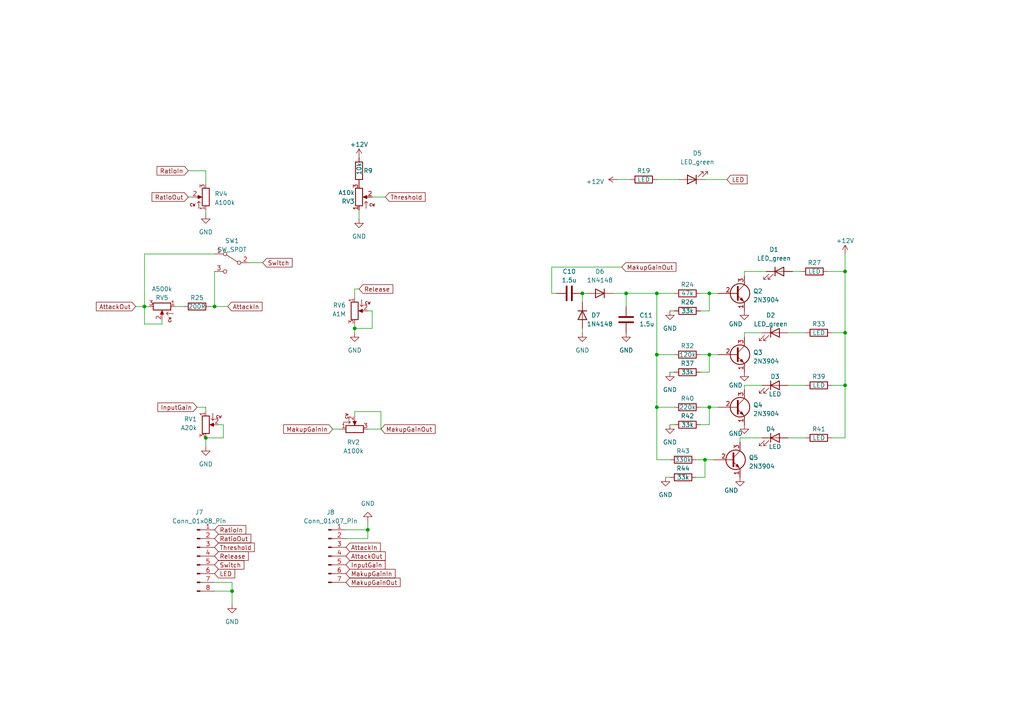
<source format=kicad_sch>
(kicad_sch (version 20230121) (generator eeschema)
  (paper "A4")
  (lib_symbols
    (symbol "AO_symbols:1N4148" (pin_numbers hide) (pin_names (offset 1.016) hide)
      (property "Reference" "D" (at 0 2.54 0))
      (property "Value" "1N4148" (at 0 -2.54 0))
      (symbol "1N4148_0_1"
        (polyline (pts (xy -1.27 1.27) (xy -1.27 -1.27)) (stroke (width 0.254)))
        (polyline (pts (xy 1.27 0) (xy -1.27 0)))
        (polyline (pts (xy 1.27 1.27) (xy 1.27 -1.27) (xy -1.27 0) (xy 1.27 1.27)) (stroke (width 0.254)))
      )
      (symbol "1N4148_1_1"
        (pin passive line (at -3.81 0 0) (length 2.54) (name "K") (number "1"))
        (pin passive line (at 3.81 0 180) (length 2.54) (name "A") (number "2"))
      )
    )
    (symbol "AO_symbols:2N3904" (pin_names (offset 0) hide)
      (property "Reference" "Q" (at 5.08 1.905 0))
      (property "Value" "2N3904" (at 5.08 0 0))
      (symbol "2N3904_0_1"
        (polyline (pts (xy 0.635 0.635) (xy 2.54 2.54)))
        (polyline (pts (xy 0.635 -0.635) (xy 2.54 -2.54) (xy 2.54 -2.54)))
        (polyline (pts (xy 0.635 1.905) (xy 0.635 -1.905) (xy 0.635 -1.905)) (stroke (width 0.508)))
        (polyline (pts (xy 1.27 -1.778) (xy 1.778 -1.27) (xy 2.286 -2.286) (xy 1.27 -1.778) (xy 1.27 -1.778)) (fill (type outline)))
        (circle (center 1.27 0) (radius 2.8194) (stroke (width 0.254)))
      )
      (symbol "2N3904_1_1"
        (pin passive line (at 2.54 -5.08 90) (length 2.54) (name "E") (number "1"))
        (pin passive line (at -5.08 0 0) (length 5.715) (name "B") (number "2"))
        (pin passive line (at 2.54 5.08 270) (length 2.54) (name "C") (number "3"))
      )
    )
    (symbol "AO_symbols:C" (pin_numbers hide) (pin_names (offset 0.254))
      (property "Reference" "C" (at 0.635 2.54 0))
      (property "Value" "C" (at 0.635 -2.54 0))
      (symbol "C_0_1"
        (polyline (pts (xy -2.032 -0.762) (xy 2.032 -0.762)) (stroke (width 0.508)))
        (polyline (pts (xy -2.032 0.762) (xy 2.032 0.762)) (stroke (width 0.508)))
      )
      (symbol "C_1_1"
        (pin passive line (at 0 3.81 270) (length 2.794) (name "~") (number "1"))
        (pin passive line (at 0 -3.81 90) (length 2.794) (name "~") (number "2"))
      )
    )
    (symbol "AO_symbols:LED_green" (pin_numbers hide) (pin_names (offset 1.016) hide)
      (property "Reference" "D" (at 0 2.54 0))
      (property "Value" "LED_green" (at 0 -2.54 0))
      (symbol "LED_green_0_1"
        (polyline (pts (xy -1.27 -1.27) (xy -1.27 1.27)) (stroke (width 0.254)))
        (polyline (pts (xy -1.27 0) (xy 1.27 0)))
        (polyline (pts (xy 1.27 -1.27) (xy 1.27 1.27) (xy -1.27 0) (xy 1.27 -1.27)) (stroke (width 0.254)))
        (polyline (pts (xy -3.048 -0.762) (xy -4.572 -2.286) (xy -3.81 -2.286) (xy -4.572 -2.286) (xy -4.572 -1.524)))
        (polyline (pts (xy -1.778 -0.762) (xy -3.302 -2.286) (xy -2.54 -2.286) (xy -3.302 -2.286) (xy -3.302 -1.524)))
      )
      (symbol "LED_green_1_1"
        (pin passive line (at -3.81 0 0) (length 2.54) (name "K") (number "1"))
        (pin passive line (at 3.81 0 180) (length 2.54) (name "A") (number "2"))
      )
    )
    (symbol "AO_symbols:R" (pin_numbers hide) (pin_names (offset 0))
      (property "Reference" "R" (at 2.032 0 90))
      (property "Value" "R" (at 0 0 90))
      (symbol "R_0_1"
        (rectangle (start -1.016 -2.54) (end 1.016 2.54) (stroke (width 0.254)))
      )
      (symbol "R_1_1"
        (pin passive line (at 0 3.81 270) (length 1.27) (name "~") (number "1"))
        (pin passive line (at 0 -3.81 90) (length 1.27) (name "~") (number "2"))
      )
    )
    (symbol "AO_symbols:R_POT" (pin_names (offset 1.016) hide)
      (property "Reference" "RV" (at -4.445 0 90))
      (property "Value" "R_POT" (at -2.54 0 90))
      (symbol "R_POT_0_0"
        (text "CW" (at 3.81 -2.286 0) (effects (font (size 0.762 0.762))))
      )
      (symbol "R_POT_0_1"
        (rectangle (start -1.016 2.54) (end 1.016 -2.54) (stroke (width 0.254)))
        (polyline (pts (xy 2.032 -3.302) (xy 2.032 -1.27)) (stroke (width 0.1524)))
        (polyline (pts (xy 2.54 0) (xy 1.524 0)))
        (polyline (pts (xy 2.54 -1.778) (xy 2.032 -1.27) (xy 1.524 -1.778)) (stroke (width 0.1524)))
        (polyline (pts (xy 1.143 0) (xy 2.286 -0.508) (xy 2.286 0.508) (xy 1.143 0)) (fill (type outline)))
      )
      (symbol "R_POT_1_1"
        (pin passive line (at 0 -3.81 90) (length 1.27) (name "1") (number "1"))
        (pin passive line (at 3.81 0 180) (length 1.27) (name "2") (number "2"))
        (pin passive line (at 0 3.81 270) (length 1.27) (name "3") (number "3"))
      )
    )
    (symbol "AO_symbols:SW_SPDT" (pin_names (offset 0) hide)
      (property "Reference" "SW" (at 0 4.318 0))
      (property "Value" "SW_SPDT" (at 0 -5.08 0))
      (symbol "SW_SPDT_0_0"
        (circle (center -2.032 0) (radius 0.508))
        (circle (center 2.032 -2.54) (radius 0.508))
      )
      (symbol "SW_SPDT_0_1"
        (polyline (pts (xy -1.524 0.254) (xy 1.651 2.286)))
        (circle (center 2.032 2.54) (radius 0.508))
      )
      (symbol "SW_SPDT_1_1"
        (pin passive line (at 5.08 2.54 180) (length 2.54) (name "A") (number "1"))
        (pin passive line (at -5.08 0 0) (length 2.54) (name "B") (number "2"))
        (pin passive line (at 5.08 -2.54 180) (length 2.54) (name "C") (number "3"))
      )
    )
    (symbol "Connector:Conn_01x07_Pin" (pin_names (offset 1.016) hide)
      (property "Reference" "J" (at 0 10.16 0))
      (property "Value" "Conn_01x07_Pin" (at 0 -10.16 0))
      (symbol "Conn_01x07_Pin_1_1"
        (polyline (pts (xy 1.27 -7.62) (xy 0.8636 -7.62)) (stroke (width 0.1524)))
        (polyline (pts (xy 1.27 -5.08) (xy 0.8636 -5.08)) (stroke (width 0.1524)))
        (polyline (pts (xy 1.27 -2.54) (xy 0.8636 -2.54)) (stroke (width 0.1524)))
        (polyline (pts (xy 1.27 0) (xy 0.8636 0)) (stroke (width 0.1524)))
        (polyline (pts (xy 1.27 2.54) (xy 0.8636 2.54)) (stroke (width 0.1524)))
        (polyline (pts (xy 1.27 5.08) (xy 0.8636 5.08)) (stroke (width 0.1524)))
        (polyline (pts (xy 1.27 7.62) (xy 0.8636 7.62)) (stroke (width 0.1524)))
        (rectangle (start 0.8636 -7.493) (end 0 -7.747) (stroke (width 0.1524)) (fill (type outline)))
        (rectangle (start 0.8636 -4.953) (end 0 -5.207) (stroke (width 0.1524)) (fill (type outline)))
        (rectangle (start 0.8636 -2.413) (end 0 -2.667) (stroke (width 0.1524)) (fill (type outline)))
        (rectangle (start 0.8636 0.127) (end 0 -0.127) (stroke (width 0.1524)) (fill (type outline)))
        (rectangle (start 0.8636 2.667) (end 0 2.413) (stroke (width 0.1524)) (fill (type outline)))
        (rectangle (start 0.8636 5.207) (end 0 4.953) (stroke (width 0.1524)) (fill (type outline)))
        (rectangle (start 0.8636 7.747) (end 0 7.493) (stroke (width 0.1524)) (fill (type outline)))
        (pin passive line (at 5.08 7.62 180) (length 3.81) (name "Pin_1") (number "1"))
        (pin passive line (at 5.08 5.08 180) (length 3.81) (name "Pin_2") (number "2"))
        (pin passive line (at 5.08 2.54 180) (length 3.81) (name "Pin_3") (number "3"))
        (pin passive line (at 5.08 0 180) (length 3.81) (name "Pin_4") (number "4"))
        (pin passive line (at 5.08 -2.54 180) (length 3.81) (name "Pin_5") (number "5"))
        (pin passive line (at 5.08 -5.08 180) (length 3.81) (name "Pin_6") (number "6"))
        (pin passive line (at 5.08 -7.62 180) (length 3.81) (name "Pin_7") (number "7"))
      )
    )
    (symbol "Connector:Conn_01x08_Pin" (pin_names (offset 1.016) hide)
      (property "Reference" "J" (at 0 10.16 0))
      (property "Value" "Conn_01x08_Pin" (at 0 -12.7 0))
      (symbol "Conn_01x08_Pin_1_1"
        (polyline (pts (xy 1.27 -10.16) (xy 0.8636 -10.16)) (stroke (width 0.1524)))
        (polyline (pts (xy 1.27 -7.62) (xy 0.8636 -7.62)) (stroke (width 0.1524)))
        (polyline (pts (xy 1.27 -5.08) (xy 0.8636 -5.08)) (stroke (width 0.1524)))
        (polyline (pts (xy 1.27 -2.54) (xy 0.8636 -2.54)) (stroke (width 0.1524)))
        (polyline (pts (xy 1.27 0) (xy 0.8636 0)) (stroke (width 0.1524)))
        (polyline (pts (xy 1.27 2.54) (xy 0.8636 2.54)) (stroke (width 0.1524)))
        (polyline (pts (xy 1.27 5.08) (xy 0.8636 5.08)) (stroke (width 0.1524)))
        (polyline (pts (xy 1.27 7.62) (xy 0.8636 7.62)) (stroke (width 0.1524)))
        (rectangle (start 0.8636 -10.033) (end 0 -10.287) (stroke (width 0.1524)) (fill (type outline)))
        (rectangle (start 0.8636 -7.493) (end 0 -7.747) (stroke (width 0.1524)) (fill (type outline)))
        (rectangle (start 0.8636 -4.953) (end 0 -5.207) (stroke (width 0.1524)) (fill (type outline)))
        (rectangle (start 0.8636 -2.413) (end 0 -2.667) (stroke (width 0.1524)) (fill (type outline)))
        (rectangle (start 0.8636 0.127) (end 0 -0.127) (stroke (width 0.1524)) (fill (type outline)))
        (rectangle (start 0.8636 2.667) (end 0 2.413) (stroke (width 0.1524)) (fill (type outline)))
        (rectangle (start 0.8636 5.207) (end 0 4.953) (stroke (width 0.1524)) (fill (type outline)))
        (rectangle (start 0.8636 7.747) (end 0 7.493) (stroke (width 0.1524)) (fill (type outline)))
        (pin passive line (at 5.08 7.62 180) (length 3.81) (name "Pin_1") (number "1"))
        (pin passive line (at 5.08 5.08 180) (length 3.81) (name "Pin_2") (number "2"))
        (pin passive line (at 5.08 2.54 180) (length 3.81) (name "Pin_3") (number "3"))
        (pin passive line (at 5.08 0 180) (length 3.81) (name "Pin_4") (number "4"))
        (pin passive line (at 5.08 -2.54 180) (length 3.81) (name "Pin_5") (number "5"))
        (pin passive line (at 5.08 -5.08 180) (length 3.81) (name "Pin_6") (number "6"))
        (pin passive line (at 5.08 -7.62 180) (length 3.81) (name "Pin_7") (number "7"))
        (pin passive line (at 5.08 -10.16 180) (length 3.81) (name "Pin_8") (number "8"))
      )
    )
    (symbol "power:+12V" (power) (pin_names (offset 0))
      (property "Value" "+12V" (at 0 3.556 0))
      (symbol "+12V_0_1"
        (polyline (pts (xy -0.762 1.27) (xy 0 2.54)))
        (polyline (pts (xy 0 0) (xy 0 2.54)))
        (polyline (pts (xy 0 2.54) (xy 0.762 1.27)))
      )
      (symbol "+12V_1_1"
        (pin power_in line (at 0 0 90) (length 0) hide (name "+12V") (number "1"))
      )
    )
    (symbol "power:GND" (power) (pin_names (offset 0))
      (property "Value" "GND" (at 0 -3.81 0))
      (symbol "GND_0_1"
        (polyline (pts (xy 0 0) (xy 0 -1.27) (xy 1.27 -1.27) (xy 0 -2.54) (xy -1.27 -1.27) (xy 0 -1.27)))
      )
      (symbol "GND_1_1"
        (pin power_in line (at 0 0 270) (length 0) hide (name "GND") (number "1"))
      )
    )
  )
  (junction (at 59.69 127))
  (junction (at 205.74 118.11))
  (junction (at 168.91 85.09))
  (junction (at 67.31 171.45))
  (junction (at 245.11 78.74))
  (junction (at 190.5 102.87))
  (junction (at 205.74 102.87))
  (junction (at 245.11 111.76))
  (junction (at 245.11 96.52))
  (junction (at 205.74 85.09))
  (junction (at 190.5 118.11))
  (junction (at 190.5 85.09))
  (junction (at 102.87 95.25))
  (junction (at 204.47 133.35))
  (junction (at 106.68 153.67))
  (junction (at 41.91 88.9))
  (junction (at 181.61 85.09))
  (junction (at 62.23 88.9))
  (wire (pts (xy 193.04 138.43) (xy 194.31 138.43)))
  (wire (pts (xy 177.8 85.09) (xy 181.61 85.09)))
  (wire (pts (xy 54.61 49.53) (xy 59.69 49.53)))
  (wire (pts (xy 100.33 156.21) (xy 106.68 156.21)))
  (wire (pts (xy 203.2 102.87) (xy 205.74 102.87)))
  (wire (pts (xy 245.11 73.66) (xy 245.11 78.74)))
  (wire (pts (xy 203.2 107.95) (xy 205.74 107.95)))
  (wire (pts (xy 205.74 118.11) (xy 208.28 118.11)))
  (wire (pts (xy 168.91 85.09) (xy 168.91 87.63)))
  (wire (pts (xy 204.47 133.35) (xy 207.01 133.35)))
  (wire (pts (xy 241.3 111.76) (xy 245.11 111.76)))
  (wire (pts (xy 228.6 111.76) (xy 233.68 111.76)))
  (wire (pts (xy 181.61 85.09) (xy 181.61 88.9)))
  (wire (pts (xy 203.2 123.19) (xy 205.74 123.19)))
  (wire (pts (xy 41.91 88.9) (xy 43.18 88.9)))
  (wire (pts (xy 205.74 123.19) (xy 205.74 118.11)))
  (wire (pts (xy 190.5 133.35) (xy 194.31 133.35)))
  (wire (pts (xy 210.82 52.07) (xy 204.47 52.07)))
  (wire (pts (xy 102.87 95.25) (xy 107.95 95.25)))
  (wire (pts (xy 214.63 128.27) (xy 214.63 127)))
  (wire (pts (xy 168.91 85.09) (xy 170.18 85.09)))
  (wire (pts (xy 102.87 95.25) (xy 102.87 96.52)))
  (wire (pts (xy 102.87 119.38) (xy 102.87 120.65)))
  (wire (pts (xy 100.33 153.67) (xy 106.68 153.67)))
  (wire (pts (xy 204.47 138.43) (xy 204.47 133.35)))
  (wire (pts (xy 190.5 52.07) (xy 196.85 52.07)))
  (wire (pts (xy 62.23 171.45) (xy 67.31 171.45)))
  (wire (pts (xy 59.69 49.53) (xy 59.69 53.34)))
  (wire (pts (xy 205.74 85.09) (xy 208.28 85.09)))
  (wire (pts (xy 59.69 60.96) (xy 59.69 62.23)))
  (wire (pts (xy 215.9 78.74) (xy 215.9 80.01)))
  (wire (pts (xy 104.14 60.96) (xy 104.14 63.5)))
  (wire (pts (xy 240.03 78.74) (xy 245.11 78.74)))
  (wire (pts (xy 228.6 127) (xy 233.68 127)))
  (wire (pts (xy 194.31 123.19) (xy 195.58 123.19)))
  (wire (pts (xy 160.02 85.09) (xy 160.02 77.47)))
  (wire (pts (xy 102.87 83.82) (xy 102.87 86.36)))
  (wire (pts (xy 179.07 52.07) (xy 182.88 52.07)))
  (wire (pts (xy 106.68 156.21) (xy 106.68 153.67)))
  (wire (pts (xy 229.87 78.74) (xy 232.41 78.74)))
  (wire (pts (xy 215.9 97.79) (xy 215.9 96.52)))
  (wire (pts (xy 59.69 127) (xy 64.77 127)))
  (wire (pts (xy 190.5 118.11) (xy 190.5 133.35)))
  (wire (pts (xy 194.31 107.95) (xy 195.58 107.95)))
  (wire (pts (xy 39.37 88.9) (xy 41.91 88.9)))
  (wire (pts (xy 228.6 96.52) (xy 233.68 96.52)))
  (wire (pts (xy 59.69 118.11) (xy 57.15 118.11)))
  (wire (pts (xy 190.5 102.87) (xy 190.5 85.09)))
  (wire (pts (xy 205.74 90.17) (xy 205.74 85.09)))
  (wire (pts (xy 160.02 85.09) (xy 161.29 85.09)))
  (wire (pts (xy 53.34 88.9) (xy 50.8 88.9)))
  (wire (pts (xy 160.02 77.47) (xy 180.34 77.47)))
  (wire (pts (xy 59.69 119.38) (xy 59.69 118.11)))
  (wire (pts (xy 203.2 118.11) (xy 205.74 118.11)))
  (wire (pts (xy 62.23 73.66) (xy 41.91 73.66)))
  (wire (pts (xy 64.77 123.19) (xy 63.5 123.19)))
  (wire (pts (xy 181.61 85.09) (xy 190.5 85.09)))
  (wire (pts (xy 96.52 124.46) (xy 99.06 124.46)))
  (wire (pts (xy 201.93 133.35) (xy 204.47 133.35)))
  (wire (pts (xy 67.31 168.91) (xy 67.31 171.45)))
  (wire (pts (xy 215.9 111.76) (xy 220.98 111.76)))
  (wire (pts (xy 203.2 90.17) (xy 205.74 90.17)))
  (wire (pts (xy 203.2 85.09) (xy 205.74 85.09)))
  (wire (pts (xy 62.23 88.9) (xy 60.96 88.9)))
  (wire (pts (xy 107.95 90.17) (xy 107.95 95.25)))
  (wire (pts (xy 67.31 171.45) (xy 67.31 175.26)))
  (wire (pts (xy 190.5 118.11) (xy 195.58 118.11)))
  (wire (pts (xy 110.49 124.46) (xy 106.68 124.46)))
  (wire (pts (xy 215.9 96.52) (xy 220.98 96.52)))
  (wire (pts (xy 102.87 93.98) (xy 102.87 95.25)))
  (wire (pts (xy 205.74 107.95) (xy 205.74 102.87)))
  (wire (pts (xy 215.9 78.74) (xy 222.25 78.74)))
  (wire (pts (xy 245.11 127) (xy 245.11 111.76)))
  (wire (pts (xy 190.5 102.87) (xy 190.5 118.11)))
  (wire (pts (xy 201.93 138.43) (xy 204.47 138.43)))
  (wire (pts (xy 241.3 96.52) (xy 245.11 96.52)))
  (wire (pts (xy 111.76 57.15) (xy 107.95 57.15)))
  (wire (pts (xy 190.5 85.09) (xy 195.58 85.09)))
  (wire (pts (xy 62.23 88.9) (xy 66.04 88.9)))
  (wire (pts (xy 41.91 73.66) (xy 41.91 88.9)))
  (wire (pts (xy 205.74 102.87) (xy 208.28 102.87)))
  (wire (pts (xy 64.77 123.19) (xy 64.77 127)))
  (wire (pts (xy 215.9 113.03) (xy 215.9 111.76)))
  (wire (pts (xy 62.23 168.91) (xy 67.31 168.91)))
  (wire (pts (xy 62.23 78.74) (xy 62.23 88.9)))
  (wire (pts (xy 241.3 127) (xy 245.11 127)))
  (wire (pts (xy 106.68 153.67) (xy 106.68 151.13)))
  (wire (pts (xy 110.49 119.38) (xy 110.49 124.46)))
  (wire (pts (xy 168.91 96.52) (xy 168.91 95.25)))
  (wire (pts (xy 104.14 83.82) (xy 102.87 83.82)))
  (wire (pts (xy 194.31 90.17) (xy 195.58 90.17)))
  (wire (pts (xy 72.39 76.2) (xy 76.2 76.2)))
  (wire (pts (xy 41.91 93.98) (xy 41.91 88.9)))
  (wire (pts (xy 46.99 93.98) (xy 41.91 93.98)))
  (wire (pts (xy 106.68 90.17) (xy 107.95 90.17)))
  (wire (pts (xy 245.11 78.74) (xy 245.11 96.52)))
  (wire (pts (xy 54.61 57.15) (xy 55.88 57.15)))
  (wire (pts (xy 46.99 92.71) (xy 46.99 93.98)))
  (wire (pts (xy 214.63 127) (xy 220.98 127)))
  (wire (pts (xy 59.69 127) (xy 59.69 129.54)))
  (wire (pts (xy 245.11 96.52) (xy 245.11 111.76)))
  (wire (pts (xy 102.87 119.38) (xy 110.49 119.38)))
  (wire (pts (xy 190.5 102.87) (xy 195.58 102.87)))
  (global_label "MakupGainOut" (shape input) (at 100.33 168.91 0) (property "Intersheetrefs" "${INTERSHEET_REFS}" (effects hide)))
  (global_label "Switch" (shape input) (at 76.2 76.2 0) (property "Intersheetrefs" "${INTERSHEET_REFS}" (effects hide)))
  (global_label "Threshold" (shape input) (at 62.23 158.75 0) (property "Intersheetrefs" "${INTERSHEET_REFS}" (effects hide)))
  (global_label "RatioOut" (shape input) (at 54.61 57.15 180) (property "Intersheetrefs" "${INTERSHEET_REFS}" (effects hide)))
  (global_label "AttackOut" (shape input) (at 39.37 88.9 180) (property "Intersheetrefs" "${INTERSHEET_REFS}" (effects hide)))
  (global_label "LED" (shape input) (at 62.23 166.37 0) (property "Intersheetrefs" "${INTERSHEET_REFS}" (effects hide)))
  (global_label "MakupGainIn" (shape input) (at 96.52 124.46 180) (property "Intersheetrefs" "${INTERSHEET_REFS}" (effects hide)))
  (global_label "MakupGainIn" (shape input) (at 100.33 166.37 0) (property "Intersheetrefs" "${INTERSHEET_REFS}" (effects hide)))
  (global_label "Switch" (shape input) (at 62.23 163.83 0) (property "Intersheetrefs" "${INTERSHEET_REFS}" (effects hide)))
  (global_label "Release" (shape input) (at 104.14 83.82 0) (property "Intersheetrefs" "${INTERSHEET_REFS}" (effects hide)))
  (global_label "Release" (shape input) (at 62.23 161.29 0) (property "Intersheetrefs" "${INTERSHEET_REFS}" (effects hide)))
  (global_label "LED" (shape input) (at 210.82 52.07 0) (property "Intersheetrefs" "${INTERSHEET_REFS}" (effects hide)))
  (global_label "AttackIn" (shape input) (at 100.33 158.75 0) (property "Intersheetrefs" "${INTERSHEET_REFS}" (effects hide)))
  (global_label "AttackIn" (shape input) (at 66.04 88.9 0) (property "Intersheetrefs" "${INTERSHEET_REFS}" (effects hide)))
  (global_label "RatioIn" (shape input) (at 62.23 153.67 0) (property "Intersheetrefs" "${INTERSHEET_REFS}" (effects hide)))
  (global_label "InputGain" (shape input) (at 100.33 163.83 0) (property "Intersheetrefs" "${INTERSHEET_REFS}" (effects hide)))
  (global_label "Threshold" (shape input) (at 111.76 57.15 0) (property "Intersheetrefs" "${INTERSHEET_REFS}" (effects hide)))
  (global_label "MakupGainOut" (shape input) (at 180.34 77.47 0) (property "Intersheetrefs" "${INTERSHEET_REFS}" (effects hide)))
  (global_label "InputGain" (shape input) (at 57.15 118.11 180) (property "Intersheetrefs" "${INTERSHEET_REFS}" (effects hide)))
  (global_label "AttackOut" (shape input) (at 100.33 161.29 0) (property "Intersheetrefs" "${INTERSHEET_REFS}" (effects hide)))
  (global_label "RatioIn" (shape input) (at 54.61 49.53 180) (property "Intersheetrefs" "${INTERSHEET_REFS}" (effects hide)))
  (global_label "MakupGainOut" (shape input) (at 110.49 124.46 0) (property "Intersheetrefs" "${INTERSHEET_REFS}" (effects hide)))
  (global_label "RatioOut" (shape input) (at 62.23 156.21 0) (property "Intersheetrefs" "${INTERSHEET_REFS}" (effects hide)))
  (symbol (lib_id "power:GND") (at 215.9 123.19 0) (unit 1)
    (property "Reference" "#PWR021" (effects hide))
    (property "Value" "GND" (at 213.36 125.73 0))
    (instances (project "CompressorMain" (path "" (reference "#PWR021") (unit 1)) (path "" (reference "#PWR024") (unit 1))))
  )
  (symbol (lib_id "power:GND") (at 194.31 107.95 0) (unit 1)
    (property "Reference" "#PWR017" (effects hide))
    (property "Value" "GND" (at 194.31 113.03 0))
    (instances (project "CompressorMain" (path "" (reference "#PWR017") (unit 1)) (path "" (reference "#PWR019") (unit 1))))
  )
  (symbol (lib_id "AO_symbols:R") (at 199.39 102.87 270) (unit 1)
    (property "Reference" "R32" (at 199.39 100.33 90))
    (property "Value" "120k" (at 199.39 102.87 90))
    (property "Footprint" "AO_tht:R_Axial_DIN0207_L6.3mm_D2.5mm_P10.16mm_Horizontal" (effects hide))
    (property "Vendor" "Tayda" (effects hide))
    (instances (project "CompressorMain" (path "" (reference "R32") (unit 1)) (path "" (reference "R7") (unit 1))))
  )
  (symbol (lib_id "power:GND") (at 215.9 107.95 0) (unit 1)
    (property "Reference" "#PWR022" (effects hide))
    (property "Value" "GND" (at 213.36 111.76 0))
    (instances (project "CompressorMain" (path "" (reference "#PWR022") (unit 1)) (path "" (reference "#PWR023") (unit 1))))
  )
  (symbol (lib_id "power:GND") (at 194.31 90.17 0) (unit 1)
    (property "Reference" "#PWR016" (effects hide))
    (property "Value" "GND" (at 194.31 95.25 0))
    (instances (project "CompressorMain" (path "" (reference "#PWR016") (unit 1)) (path "" (reference "#PWR018") (unit 1))))
  )
  (symbol (lib_id "AO_symbols:R_POT") (at 102.87 90.17 0) (mirror x) (unit 1)
    (property "Reference" "RV6" (at 100.33 88.5444 0) (effects (justify right)))
    (property "Value" "A1M" (at 100.33 91.0844 0) (effects (justify right)))
    (property "Footprint" "AO_tht:Potentiometer_Alpha_RD901F-40-00D_Single_Vertical_centered" (effects hide))
    (property "Vendor" "Tayda" (effects hide))
    (property "Sim.Enable" "0" (effects hide))
    (instances (project "CompressorMain" (path "" (reference "RV6") (unit 1)) (path "" (reference "RV4") (unit 1))))
  )
  (symbol (lib_id "AO_symbols:R") (at 199.39 90.17 270) (unit 1)
    (property "Reference" "R26" (at 199.39 87.63 90))
    (property "Value" "33k" (at 199.39 90.17 90))
    (property "Footprint" "AO_tht:R_Axial_DIN0207_L6.3mm_D2.5mm_P10.16mm_Horizontal" (effects hide))
    (property "Vendor" "Tayda" (effects hide))
    (instances (project "CompressorMain" (path "" (reference "R26") (unit 1)) (path "" (reference "R6") (unit 1))))
  )
  (symbol (lib_id "AO_symbols:R") (at 198.12 138.43 270) (unit 1)
    (property "Reference" "R44" (at 198.12 135.89 90))
    (property "Value" "33k" (at 198.12 138.43 90))
    (property "Footprint" "AO_tht:R_Axial_DIN0207_L6.3mm_D2.5mm_P10.16mm_Horizontal" (effects hide))
    (property "Vendor" "Tayda" (effects hide))
    (instances (project "CompressorMain" (path "" (reference "R44") (unit 1)) (path "" (reference "R4") (unit 1))))
  )
  (symbol (lib_id "AO_symbols:R_POT") (at 59.69 57.15 0) (mirror y) (unit 1)
    (property "Reference" "RV4" (at 62.23 56.2356 0) (effects (justify right)))
    (property "Value" "A100k" (at 62.23 58.7756 0) (effects (justify right)))
    (property "Footprint" "AO_tht:Potentiometer_Alpha_RD901F-40-00D_Single_Vertical_centered" (effects hide))
    (property "Vendor" "Tayda" (effects hide))
    (instances (project "CompressorMain" (path "" (reference "RV4") (unit 1)) (path "" (reference "RV7") (unit 1))))
  )
  (symbol (lib_id "AO_symbols:R") (at 236.22 78.74 270) (unit 1)
    (property "Reference" "R27" (at 236.22 76.2 90))
    (property "Value" "LED" (at 236.22 78.74 90))
    (property "Footprint" "AO_tht:R_Axial_DIN0207_L6.3mm_D2.5mm_P10.16mm_Horizontal" (effects hide))
    (property "Vendor" "Tayda" (effects hide))
    (instances (project "CompressorMain" (path "" (reference "R27") (unit 1)) (path "" (reference "R24") (unit 1))))
  )
  (symbol (lib_id "power:GND") (at 168.91 96.52 0) (unit 1)
    (property "Reference" "#PWR025" (effects hide))
    (property "Value" "GND" (at 168.91 101.6 0))
    (instances (project "CompressorMain" (path "" (reference "#PWR025") (unit 1)) (path "" (reference "#PWR015") (unit 1))))
  )
  (symbol (lib_id "AO_symbols:SW_SPDT") (at 67.31 76.2 0) (mirror y) (unit 1)
    (property "Reference" "SW1" (at 67.31 69.85 0))
    (property "Value" "SW_SPDT" (at 67.31 72.39 0))
    (property "Footprint" "AO_tht:SPDT-toggle-switch-1M-series" (effects hide))
    (property "Vendor" "Tayda" (effects hide))
    (property "SKU" "A-3186" (effects hide))
  )
  (symbol (lib_id "AO_symbols:1N4148") (at 173.99 85.09 180) (unit 1)
    (property "Reference" "D6" (at 173.99 78.74 0))
    (property "Value" "1N4148" (at 173.99 81.28 0))
    (property "Footprint" "AO_tht:D_DO-35_SOD27_P7.62mm_Horizontal" (effects hide))
    (property "Vendor" "Tayda" (effects hide))
    (property "SKU" "A-157" (effects hide))
    (instances (project "CompressorMain" (path "" (reference "D6") (unit 1)) (path "" (reference "D2") (unit 1))))
  )
  (symbol (lib_id "Connector:Conn_01x08_Pin") (at 57.15 161.29 0) (unit 1)
    (property "Reference" "J7" (at 57.785 148.59 0))
    (property "Value" "Conn_01x08_Pin" (at 57.785 151.13 0))
    (property "Footprint" "Connector_PinHeader_2.54mm:PinHeader_1x08_P2.54mm_Vertical" (effects hide))
    (instances (project "CompressorMain" (path "" (reference "J7") (unit 1)) (path "" (reference "J2") (unit 1))))
  )
  (symbol (lib_id "power:GND") (at 215.9 90.17 0) (unit 1)
    (property "Reference" "#PWR023" (effects hide))
    (property "Value" "GND" (at 213.36 93.98 0))
    (instances (project "CompressorMain" (path "" (reference "#PWR023") (unit 1)) (path "" (reference "#PWR022") (unit 1))))
  )
  (symbol (lib_id "AO_symbols:C") (at 181.61 92.71 180) (unit 1)
    (property "Reference" "C11" (at 185.42 91.44 0) (effects (justify right)))
    (property "Value" "1.5u" (at 185.42 93.98 0) (effects (justify right)))
    (property "Footprint" "AO_tht:C_Disc_D3.0mm_W1.6mm_P2.50mm" (effects hide))
    (property "Vendor" "Tayda" (effects hide))
    (instances (project "CompressorMain" (path "" (reference "C11") (unit 1)) (path "" (reference "C4") (unit 1))))
  )
  (symbol (lib_id "AO_symbols:LED_green") (at 224.79 127 0) (unit 1)
    (property "Reference" "D4" (at 223.52 124.46 0))
    (property "Value" "LED" (at 224.79 129.54 0))
    (property "Footprint" "B3_tht:LED_Rectangular_W5.0mm_H2.0mm" (effects hide))
    (property "Vendor" "Tayda" (effects hide))
    (property "SKU" "A-1553" (effects hide))
    (instances (project "CompressorMain" (path "" (reference "D4") (unit 1)) (path "" (reference "D6") (unit 1))))
  )
  (symbol (lib_id "AO_symbols:LED_green") (at 226.06 78.74 0) (unit 1)
    (property "Reference" "D1" (at 224.4725 72.39 0))
    (property "Value" "LED_green" (at 224.4725 74.93 0))
    (property "Footprint" "B3_tht:LED_Rectangular_W5.0mm_H2.0mm" (effects hide))
    (property "Vendor" "Tayda" (effects hide))
    (property "SKU" "A-1553" (effects hide))
    (instances (project "CompressorMain" (path "" (reference "D1") (unit 1)) (path "" (reference "D7") (unit 1))))
  )
  (symbol (lib_id "AO_symbols:LED_green") (at 224.79 96.52 0) (unit 1)
    (property "Reference" "D2" (at 223.52 91.44 0))
    (property "Value" "LED_green" (at 223.52 93.98 0))
    (property "Footprint" "B3_tht:LED_Rectangular_W5.0mm_H2.0mm" (effects hide))
    (property "Vendor" "Tayda" (effects hide))
    (property "SKU" "A-1553" (effects hide))
    (instances (project "CompressorMain" (path "" (reference "D2") (unit 1)) (path "" (reference "D3") (unit 1))))
  )
  (symbol (lib_id "power:GND") (at 194.31 123.19 0) (unit 1)
    (property "Reference" "#PWR018" (effects hide))
    (property "Value" "GND" (at 194.31 128.27 0))
    (instances (project "CompressorMain" (path "" (reference "#PWR018") (unit 1)) (path "" (reference "#PWR020") (unit 1))))
  )
  (symbol (lib_id "power:+12V") (at 104.14 45.72 0) (unit 1)
    (property "Reference" "#PWR01" (effects hide))
    (property "Value" "+12V" (at 104.14 41.91 0))
  )
  (symbol (lib_id "AO_symbols:R_POT") (at 59.69 123.19 0) (mirror x) (unit 1)
    (property "Reference" "RV1" (at 57.15 121.5644 0) (effects (justify right)))
    (property "Value" "A20k" (at 57.15 124.1044 0) (effects (justify right)))
    (property "Footprint" "AO_tht:Potentiometer_Alpha_RD901F-40-00D_Single_Vertical_centered" (effects hide))
    (property "Vendor" "Tayda" (effects hide))
  )
  (symbol (lib_id "AO_symbols:R_POT") (at 46.99 88.9 90) (mirror x) (unit 1)
    (property "Reference" "RV5" (at 46.99 86.36 90))
    (property "Value" "A500k" (at 46.99 83.82 90))
    (property "Footprint" "AO_tht:Potentiometer_Alpha_RD901F-40-00D_Single_Vertical_centered" (effects hide))
    (property "Vendor" "Tayda" (effects hide))
  )
  (symbol (lib_id "power:+12V") (at 179.07 52.07 90) (unit 1)
    (property "Reference" "#PWR014" (effects hide))
    (property "Value" "+12V" (at 175.26 52.705 90) (effects (justify left)))
  )
  (symbol (lib_id "AO_symbols:R") (at 199.39 85.09 270) (unit 1)
    (property "Reference" "R24" (at 199.39 82.55 90))
    (property "Value" "47k" (at 199.39 85.09 90))
    (property "Footprint" "AO_tht:R_Axial_DIN0207_L6.3mm_D2.5mm_P10.16mm_Horizontal" (effects hide))
    (property "Vendor" "Tayda" (effects hide))
    (instances (project "CompressorMain" (path "" (reference "R24") (unit 1)) (path "" (reference "R5") (unit 1))))
  )
  (symbol (lib_id "AO_symbols:LED_green") (at 224.79 111.76 0) (unit 1)
    (property "Reference" "D3" (at 224.79 109.22 0))
    (property "Value" "LED" (at 224.79 114.3 0))
    (property "Footprint" "B3_tht:LED_Rectangular_W5.0mm_H2.0mm" (effects hide))
    (property "Vendor" "Tayda" (effects hide))
    (property "SKU" "A-1553" (effects hide))
    (instances (project "CompressorMain" (path "" (reference "D3") (unit 1)) (path "" (reference "D4") (unit 1))))
  )
  (symbol (lib_id "power:GND") (at 67.31 175.26 0) (unit 1)
    (property "Reference" "#PWR035" (effects hide))
    (property "Value" "GND" (at 67.31 180.34 0))
    (instances (project "CompressorMain" (path "" (reference "#PWR035") (unit 1)) (path "" (reference "#PWR010") (unit 1))))
  )
  (symbol (lib_id "AO_symbols:C") (at 165.1 85.09 90) (unit 1)
    (property "Reference" "C10" (at 165.1 78.74 90))
    (property "Value" "1.5u" (at 165.1 81.28 90))
    (property "Footprint" "AO_tht:C_Disc_D3.0mm_W1.6mm_P2.50mm" (effects hide))
    (property "Vendor" "Tayda" (effects hide))
    (instances (project "CompressorMain" (path "" (reference "C10") (unit 1)) (path "" (reference "C3") (unit 1))))
  )
  (symbol (lib_id "AO_symbols:2N3904") (at 213.36 118.11 0) (unit 1)
    (property "Reference" "Q4" (at 218.44 117.475 0) (effects (justify left)))
    (property "Value" "2N3904" (at 218.44 120.015 0) (effects (justify left)))
    (property "Footprint" "AO_tht:TO-92_Inline_Wide" (effects hide))
    (property "Vendor" "Tayda" (effects hide))
    (property "SKU" "A-111" (effects hide))
    (instances (project "CompressorMain" (path "" (reference "Q4") (unit 1)) (path "" (reference "Q5") (unit 1))))
  )
  (symbol (lib_id "AO_symbols:R") (at 199.39 123.19 270) (unit 1)
    (property "Reference" "R42" (at 199.39 120.65 90))
    (property "Value" "33k" (at 199.39 123.19 90))
    (property "Footprint" "AO_tht:R_Axial_DIN0207_L6.3mm_D2.5mm_P10.16mm_Horizontal" (effects hide))
    (property "Vendor" "Tayda" (effects hide))
    (instances (project "CompressorMain" (path "" (reference "R42") (unit 1)) (path "" (reference "R22") (unit 1))))
  )
  (symbol (lib_id "AO_symbols:2N3904") (at 213.36 85.09 0) (unit 1)
    (property "Reference" "Q2" (at 218.44 84.455 0) (effects (justify left)))
    (property "Value" "2N3904" (at 218.44 86.995 0) (effects (justify left)))
    (property "Footprint" "AO_tht:TO-92_Inline_Wide" (effects hide))
    (property "Vendor" "Tayda" (effects hide))
    (property "SKU" "A-111" (effects hide))
    (instances (project "CompressorMain" (path "" (reference "Q2") (unit 1)) (path "" (reference "Q3") (unit 1))))
  )
  (symbol (lib_id "AO_symbols:R_POT") (at 102.87 124.46 270) (mirror x) (unit 1)
    (property "Reference" "RV2" (at 102.5144 128.27 90))
    (property "Value" "A100k" (at 102.5144 130.81 90))
    (property "Footprint" "AO_tht:Potentiometer_Alpha_RD901F-40-00D_Single_Vertical_centered" (effects hide))
    (property "Vendor" "Tayda" (effects hide))
  )
  (symbol (lib_id "power:GND") (at 193.04 138.43 0) (unit 1)
    (property "Reference" "#PWR019" (effects hide))
    (property "Value" "GND" (at 193.04 143.51 0))
    (instances (project "CompressorMain" (path "" (reference "#PWR019") (unit 1)) (path "" (reference "#PWR017") (unit 1))))
  )
  (symbol (lib_id "AO_symbols:R") (at 237.49 96.52 270) (unit 1)
    (property "Reference" "R33" (at 237.49 93.98 90))
    (property "Value" "LED" (at 237.49 96.52 90))
    (property "Footprint" "AO_tht:R_Axial_DIN0207_L6.3mm_D2.5mm_P10.16mm_Horizontal" (effects hide))
    (property "Vendor" "Tayda" (effects hide))
    (instances (project "CompressorMain" (path "" (reference "R33") (unit 1)) (path "" (reference "R25") (unit 1))))
  )
  (symbol (lib_id "power:GND") (at 104.14 63.5 0) (unit 1)
    (property "Reference" "#PWR02" (effects hide))
    (property "Value" "GND" (at 104.14 68.58 0))
  )
  (symbol (lib_id "AO_symbols:R") (at 199.39 107.95 270) (unit 1)
    (property "Reference" "R37" (at 199.39 105.41 90))
    (property "Value" "33k" (at 199.39 107.95 90))
    (property "Footprint" "AO_tht:R_Axial_DIN0207_L6.3mm_D2.5mm_P10.16mm_Horizontal" (effects hide))
    (property "Vendor" "Tayda" (effects hide))
    (instances (project "CompressorMain" (path "" (reference "R37") (unit 1)) (path "" (reference "R8") (unit 1))))
  )
  (symbol (lib_id "AO_symbols:R") (at 104.14 49.53 0) (unit 1)
    (property "Reference" "R9" (at 105.41 49.53 0) (effects (justify left)))
    (property "Value" "10k" (at 104.14 50.8 90) (effects (justify left)))
    (property "Footprint" "AO_tht:R_Axial_DIN0207_L6.3mm_D2.5mm_P10.16mm_Horizontal" (effects hide))
    (property "Vendor" "Tayda" (effects hide))
    (instances (project "CompressorMain" (path "" (reference "R9") (unit 1)) (path "" (reference "R1") (unit 1))))
  )
  (symbol (lib_id "power:GND") (at 59.69 129.54 0) (unit 1)
    (property "Reference" "#PWR010" (effects hide))
    (property "Value" "GND" (at 59.69 134.62 0))
    (instances (project "CompressorMain" (path "" (reference "#PWR010") (unit 1)) (path "" (reference "#PWR05") (unit 1))))
  )
  (symbol (lib_id "AO_symbols:R_POT") (at 104.14 57.15 0) (unit 1)
    (property "Reference" "RV3" (at 102.87 58.42 0) (effects (justify right)))
    (property "Value" "A10k" (at 102.87 55.88 0) (effects (justify right)))
    (property "Footprint" "AO_tht:Potentiometer_Alpha_RD901F-40-00D_Single_Vertical_centered" (effects hide))
    (property "Vendor" "Tayda" (effects hide))
  )
  (symbol (lib_id "AO_symbols:2N3904") (at 212.09 133.35 0) (unit 1)
    (property "Reference" "Q5" (at 217.17 132.715 0) (effects (justify left)))
    (property "Value" "2N3904" (at 217.17 135.255 0) (effects (justify left)))
    (property "Footprint" "AO_tht:TO-92_Inline_Wide" (effects hide))
    (property "Vendor" "Tayda" (effects hide))
    (property "SKU" "A-111" (effects hide))
    (instances (project "CompressorMain" (path "" (reference "Q5") (unit 1)) (path "" (reference "Q2") (unit 1))))
  )
  (symbol (lib_id "power:GND") (at 59.69 62.23 0) (unit 1)
    (property "Reference" "#PWR03" (effects hide))
    (property "Value" "GND" (at 59.69 67.31 0))
    (instances (project "CompressorMain" (path "" (reference "#PWR03") (unit 1)) (path "" (reference "#PWR030") (unit 1))))
  )
  (symbol (lib_id "power:GND") (at 102.87 96.52 0) (unit 1)
    (property "Reference" "#PWR05" (effects hide))
    (property "Value" "GND" (at 102.87 101.6 0))
    (instances (project "CompressorMain" (path "" (reference "#PWR05") (unit 1)) (path "" (reference "#PWR03") (unit 1))))
  )
  (symbol (lib_id "AO_symbols:1N4148") (at 168.91 91.44 270) (unit 1)
    (property "Reference" "D7" (at 171.45 91.44 90) (effects (justify left)))
    (property "Value" "1N4148" (at 170.18 93.98 90) (effects (justify left)))
    (property "Footprint" "AO_tht:D_DO-35_SOD27_P7.62mm_Horizontal" (effects hide))
    (property "Vendor" "Tayda" (effects hide))
    (property "SKU" "A-157" (effects hide))
    (instances (project "CompressorMain" (path "" (reference "D7") (unit 1)) (path "" (reference "D1") (unit 1))))
  )
  (symbol (lib_id "AO_symbols:R") (at 186.69 52.07 90) (unit 1)
    (property "Reference" "R19" (at 186.69 49.53 90))
    (property "Value" "LED" (at 186.69 52.07 90))
    (property "Footprint" "AO_tht:R_Axial_DIN0207_L6.3mm_D2.5mm_P10.16mm_Horizontal" (effects hide))
    (property "Vendor" "Tayda" (effects hide))
  )
  (symbol (lib_id "power:GND") (at 106.68 151.13 180) (unit 1)
    (property "Reference" "#PWR036" (effects hide))
    (property "Value" "GND" (at 106.68 146.05 0))
    (instances (project "CompressorMain" (path "" (reference "#PWR036") (unit 1)) (path "" (reference "#PWR031") (unit 1))))
  )
  (symbol (lib_id "AO_symbols:R") (at 237.49 127 270) (unit 1)
    (property "Reference" "R41" (at 237.49 124.46 90))
    (property "Value" "LED" (at 237.49 127 90))
    (property "Footprint" "AO_tht:R_Axial_DIN0207_L6.3mm_D2.5mm_P10.16mm_Horizontal" (effects hide))
    (property "Vendor" "Tayda" (effects hide))
    (instances (project "CompressorMain" (path "" (reference "R41") (unit 1)) (path "" (reference "R27") (unit 1))))
  )
  (symbol (lib_id "AO_symbols:R") (at 57.15 88.9 90) (unit 1)
    (property "Reference" "R25" (at 57.15 86.36 90))
    (property "Value" "200R" (at 57.15 88.9 90))
    (property "Footprint" "AO_tht:R_Axial_DIN0207_L6.3mm_D2.5mm_P10.16mm_Horizontal" (effects hide))
    (property "Vendor" "Tayda" (effects hide))
    (instances (project "CompressorMain" (path "" (reference "R25") (unit 1)) (path "" (reference "R2") (unit 1))))
  )
  (symbol (lib_id "AO_symbols:2N3904") (at 213.36 102.87 0) (unit 1)
    (property "Reference" "Q3" (at 218.44 102.235 0) (effects (justify left)))
    (property "Value" "2N3904" (at 218.44 104.775 0) (effects (justify left)))
    (property "Footprint" "AO_tht:TO-92_Inline_Wide" (effects hide))
    (property "Vendor" "Tayda" (effects hide))
    (property "SKU" "A-111" (effects hide))
    (instances (project "CompressorMain" (path "" (reference "Q3") (unit 1)) (path "" (reference "Q4") (unit 1))))
  )
  (symbol (lib_id "power:GND") (at 181.61 96.52 0) (unit 1)
    (property "Reference" "#PWR024" (effects hide))
    (property "Value" "GND" (at 181.61 101.6 0))
    (instances (project "CompressorMain" (path "" (reference "#PWR024") (unit 1)) (path "" (reference "#PWR016") (unit 1))))
  )
  (symbol (lib_id "AO_symbols:R") (at 198.12 133.35 270) (unit 1)
    (property "Reference" "R43" (at 198.12 130.81 90))
    (property "Value" "330k" (at 198.12 133.35 90))
    (property "Footprint" "AO_tht:R_Axial_DIN0207_L6.3mm_D2.5mm_P10.16mm_Horizontal" (effects hide))
    (property "Vendor" "Tayda" (effects hide))
    (instances (project "CompressorMain" (path "" (reference "R43") (unit 1)) (path "" (reference "R3") (unit 1))))
  )
  (symbol (lib_id "AO_symbols:R") (at 199.39 118.11 270) (unit 1)
    (property "Reference" "R40" (at 199.39 115.57 90))
    (property "Value" "220k" (at 199.39 118.11 90))
    (property "Footprint" "AO_tht:R_Axial_DIN0207_L6.3mm_D2.5mm_P10.16mm_Horizontal" (effects hide))
    (property "Vendor" "Tayda" (effects hide))
    (instances (project "CompressorMain" (path "" (reference "R40") (unit 1)) (path "" (reference "R9") (unit 1))))
  )
  (symbol (lib_id "Connector:Conn_01x07_Pin") (at 95.25 161.29 0) (unit 1)
    (property "Reference" "J8" (at 95.885 148.59 0))
    (property "Value" "Conn_01x07_Pin" (at 95.885 151.13 0))
    (property "Footprint" "Connector_PinHeader_2.54mm:PinHeader_1x07_P2.54mm_Vertical" (effects hide))
    (instances (project "CompressorMain" (path "" (reference "J8") (unit 1)) (path "" (reference "J3") (unit 1))))
  )
  (symbol (lib_id "AO_symbols:R") (at 237.49 111.76 270) (unit 1)
    (property "Reference" "R39" (at 237.49 109.22 90))
    (property "Value" "LED" (at 237.49 111.76 90))
    (property "Footprint" "AO_tht:R_Axial_DIN0207_L6.3mm_D2.5mm_P10.16mm_Horizontal" (effects hide))
    (property "Vendor" "Tayda" (effects hide))
    (instances (project "CompressorMain" (path "" (reference "R39") (unit 1)) (path "" (reference "R26") (unit 1))))
  )
  (symbol (lib_id "power:+12V") (at 245.11 73.66 0) (unit 1)
    (property "Reference" "#PWR015" (effects hide))
    (property "Value" "+12V" (at 245.11 69.85 0))
    (instances (project "CompressorMain" (path "" (reference "#PWR015") (unit 1)) (path "" (reference "#PWR025") (unit 1))))
  )
  (symbol (lib_id "power:GND") (at 214.63 138.43 0) (unit 1)
    (property "Reference" "#PWR020" (effects hide))
    (property "Value" "GND" (at 212.09 142.24 0))
    (instances (project "CompressorMain" (path "" (reference "#PWR020") (unit 1)) (path "" (reference "#PWR021") (unit 1))))
  )
  (symbol (lib_id "AO_symbols:LED_green") (at 200.66 52.07 180) (unit 1)
    (property "Reference" "D5" (at 202.2475 44.45 0))
    (property "Value" "LED_green" (at 202.2475 46.99 0))
    (property "Footprint" "AO_tht:LED_D5.0mm" (effects hide))
    (property "Vendor" "Tayda" (effects hide))
    (property "SKU" "A-1553" (effects hide))
  )
)
</source>
